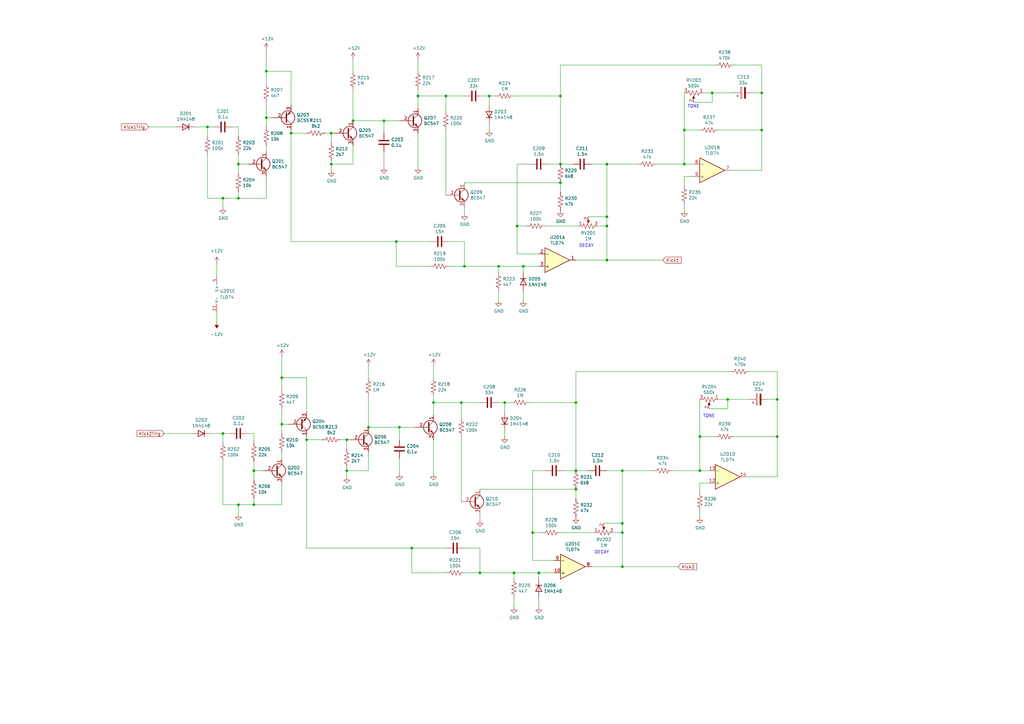
<source format=kicad_sch>
(kicad_sch (version 20230121) (generator eeschema)
  (paper "A3")
  (lib_symbols
    (symbol "Amplifier_Operational:TL074" (pin_names (offset 0.127))
      (property "Reference" "U" (at 0 5.08 0))
      (property "Value" "TL074" (at 0 -5.08 0))
      (symbol "TL074_1_1"
        (polyline (pts (xy -5.08 5.08) (xy 5.08 0) (xy -5.08 -5.08) (xy -5.08 5.08)) (stroke (width 0.254)) (fill (type background)))
        (pin output line (at 7.62 0 180) (length 2.54) (name "~") (number "1"))
        (pin input line (at -7.62 -2.54 0) (length 2.54) (name "-") (number "2"))
        (pin input line (at -7.62 2.54 0) (length 2.54) (name "+") (number "3"))
      )
      (symbol "TL074_2_1"
        (polyline (pts (xy -5.08 5.08) (xy 5.08 0) (xy -5.08 -5.08) (xy -5.08 5.08)) (stroke (width 0.254)) (fill (type background)))
        (pin input line (at -7.62 2.54 0) (length 2.54) (name "+") (number "5"))
        (pin input line (at -7.62 -2.54 0) (length 2.54) (name "-") (number "6"))
        (pin output line (at 7.62 0 180) (length 2.54) (name "~") (number "7"))
      )
      (symbol "TL074_3_1"
        (polyline (pts (xy -5.08 5.08) (xy 5.08 0) (xy -5.08 -5.08) (xy -5.08 5.08)) (stroke (width 0.254)) (fill (type background)))
        (pin input line (at -7.62 2.54 0) (length 2.54) (name "+") (number "10"))
        (pin output line (at 7.62 0 180) (length 2.54) (name "~") (number "8"))
        (pin input line (at -7.62 -2.54 0) (length 2.54) (name "-") (number "9"))
      )
      (symbol "TL074_4_1"
        (polyline (pts (xy -5.08 5.08) (xy 5.08 0) (xy -5.08 -5.08) (xy -5.08 5.08)) (stroke (width 0.254)) (fill (type background)))
        (pin input line (at -7.62 2.54 0) (length 2.54) (name "+") (number "12"))
        (pin input line (at -7.62 -2.54 0) (length 2.54) (name "-") (number "13"))
        (pin output line (at 7.62 0 180) (length 2.54) (name "~") (number "14"))
      )
      (symbol "TL074_5_1"
        (pin power_in line (at -2.54 -7.62 90) (length 3.81) (name "V-") (number "11"))
        (pin power_in line (at -2.54 7.62 270) (length 3.81) (name "V+") (number "4"))
      )
    )
    (symbol "Device:C" (pin_numbers hide) (pin_names (offset 0.254))
      (property "Reference" "C" (at 0.635 2.54 0))
      (property "Value" "C" (at 0.635 -2.54 0))
      (symbol "C_0_1"
        (polyline (pts (xy -2.032 -0.762) (xy 2.032 -0.762)) (stroke (width 0.508)))
        (polyline (pts (xy -2.032 0.762) (xy 2.032 0.762)) (stroke (width 0.508)))
      )
      (symbol "C_1_1"
        (pin passive line (at 0 3.81 270) (length 2.794) (name "~") (number "1"))
        (pin passive line (at 0 -3.81 90) (length 2.794) (name "~") (number "2"))
      )
    )
    (symbol "Device:R_US" (pin_numbers hide) (pin_names (offset 0))
      (property "Reference" "R" (at 2.54 0 90))
      (property "Value" "R_US" (at -2.54 0 90))
      (symbol "R_US_0_1"
        (polyline (pts (xy 0 -2.286) (xy 0 -2.54)))
        (polyline (pts (xy 0 2.286) (xy 0 2.54)))
        (polyline (pts (xy 0 -0.762) (xy 1.016 -1.143) (xy 0 -1.524) (xy -1.016 -1.905) (xy 0 -2.286)))
        (polyline (pts (xy 0 0.762) (xy 1.016 0.381) (xy 0 0) (xy -1.016 -0.381) (xy 0 -0.762)))
        (polyline (pts (xy 0 2.286) (xy 1.016 1.905) (xy 0 1.524) (xy -1.016 1.143) (xy 0 0.762)))
      )
      (symbol "R_US_1_1"
        (pin passive line (at 0 3.81 270) (length 1.27) (name "~") (number "1"))
        (pin passive line (at 0 -3.81 90) (length 1.27) (name "~") (number "2"))
      )
    )
    (symbol "Diode:1N4148" (pin_numbers hide) (pin_names hide)
      (property "Reference" "D" (at 0 2.54 0))
      (property "Value" "1N4148" (at 0 -2.54 0))
      (symbol "1N4148_0_1"
        (polyline (pts (xy -1.27 1.27) (xy -1.27 -1.27)) (stroke (width 0.254)))
        (polyline (pts (xy 1.27 0) (xy -1.27 0)))
        (polyline (pts (xy 1.27 1.27) (xy 1.27 -1.27) (xy -1.27 0) (xy 1.27 1.27)) (stroke (width 0.254)))
      )
      (symbol "1N4148_1_1"
        (pin passive line (at -3.81 0 0) (length 2.54) (name "K") (number "1"))
        (pin passive line (at 3.81 0 180) (length 2.54) (name "A") (number "2"))
      )
    )
    (symbol "ESP808-rescue:CP-Device" (pin_numbers hide) (pin_names (offset 0.254))
      (property "Reference" "C" (at 0.635 2.54 0))
      (property "Value" "Device_CP" (at 0.635 -2.54 0))
      (symbol "CP-Device_0_1"
        (rectangle (start -2.286 0.508) (end 2.286 1.016))
        (polyline (pts (xy -1.778 2.286) (xy -0.762 2.286)))
        (polyline (pts (xy -1.27 2.794) (xy -1.27 1.778)))
        (rectangle (start 2.286 -0.508) (end -2.286 -1.016) (fill (type outline)))
      )
      (symbol "CP-Device_1_1"
        (pin passive line (at 0 3.81 270) (length 2.794) (name "~") (number "1"))
        (pin passive line (at 0 -3.81 90) (length 2.794) (name "~") (number "2"))
      )
    )
    (symbol "ESP808-rescue:R_POT_US-Device" (pin_names (offset 1.016) hide)
      (property "Reference" "RV" (at -4.445 0 90))
      (property "Value" "Device_R_POT_US" (at -2.54 0 90))
      (symbol "R_POT_US-Device_0_1"
        (polyline (pts (xy 0 -2.286) (xy 0 -2.54)))
        (polyline (pts (xy 0 2.54) (xy 0 2.286)))
        (polyline (pts (xy 2.54 0) (xy 1.524 0)))
        (polyline (pts (xy 1.143 0) (xy 2.286 0.508) (xy 2.286 -0.508) (xy 1.143 0)) (fill (type outline)))
        (polyline (pts (xy 0 -0.762) (xy 1.016 -1.143) (xy 0 -1.524) (xy -1.016 -1.905) (xy 0 -2.286)))
        (polyline (pts (xy 0 0.762) (xy 1.016 0.381) (xy 0 0) (xy -1.016 -0.381) (xy 0 -0.762)))
        (polyline (pts (xy 0 2.286) (xy 1.016 1.905) (xy 0 1.524) (xy -1.016 1.143) (xy 0 0.762)))
      )
      (symbol "R_POT_US-Device_1_1"
        (pin passive line (at 0 3.81 270) (length 1.27) (name "1") (number "1"))
        (pin passive line (at 3.81 0 180) (length 1.27) (name "2") (number "2"))
        (pin passive line (at 0 -3.81 90) (length 1.27) (name "3") (number "3"))
      )
    )
    (symbol "PCM_4ms_Power-symbol:+12V" (power) (pin_names (offset 0))
      (property "Value" "+12V" (at 0 3.556 0))
      (symbol "+12V_0_1"
        (polyline (pts (xy -0.762 1.27) (xy 0 2.54)))
        (polyline (pts (xy 0 0) (xy 0 2.54)))
        (polyline (pts (xy 0 2.54) (xy 0.762 1.27)))
      )
      (symbol "+12V_1_1"
        (pin power_in line (at 0 0 90) (length 0) hide (name "+12V") (number "1"))
      )
    )
    (symbol "Transistor_BJT:BC547" (pin_names (offset 0) hide)
      (property "Reference" "Q" (at 5.08 1.905 0))
      (property "Value" "BC547" (at 5.08 0 0))
      (symbol "BC547_0_1"
        (polyline (pts (xy 0 0) (xy 0.635 0)))
        (polyline (pts (xy 0.635 0.635) (xy 2.54 2.54)))
        (polyline (pts (xy 0.635 -0.635) (xy 2.54 -2.54) (xy 2.54 -2.54)))
        (polyline (pts (xy 0.635 1.905) (xy 0.635 -1.905) (xy 0.635 -1.905)) (stroke (width 0.508)))
        (polyline (pts (xy 1.27 -1.778) (xy 1.778 -1.27) (xy 2.286 -2.286) (xy 1.27 -1.778) (xy 1.27 -1.778)) (fill (type outline)))
        (circle (center 1.27 0) (radius 2.8194) (stroke (width 0.254)))
      )
      (symbol "BC547_1_1"
        (pin passive line (at 2.54 5.08 270) (length 2.54) (name "C") (number "1"))
        (pin input line (at -5.08 0 0) (length 5.08) (name "B") (number "2"))
        (pin passive line (at 2.54 -5.08 90) (length 2.54) (name "E") (number "3"))
      )
    )
    (symbol "Transistor_BJT:BC557" (pin_names (offset 0) hide)
      (property "Reference" "Q" (at 5.08 1.905 0))
      (property "Value" "BC557" (at 5.08 0 0))
      (symbol "BC557_0_1"
        (polyline (pts (xy 0.635 0.635) (xy 2.54 2.54)))
        (polyline (pts (xy 0.635 -0.635) (xy 2.54 -2.54) (xy 2.54 -2.54)))
        (polyline (pts (xy 0.635 1.905) (xy 0.635 -1.905) (xy 0.635 -1.905)) (stroke (width 0.508)))
        (polyline (pts (xy 2.286 -1.778) (xy 1.778 -2.286) (xy 1.27 -1.27) (xy 2.286 -1.778) (xy 2.286 -1.778)) (fill (type outline)))
        (circle (center 1.27 0) (radius 2.8194) (stroke (width 0.254)))
      )
      (symbol "BC557_1_1"
        (pin passive line (at 2.54 5.08 270) (length 2.54) (name "C") (number "1"))
        (pin input line (at -5.08 0 0) (length 5.715) (name "B") (number "2"))
        (pin passive line (at 2.54 -5.08 90) (length 2.54) (name "E") (number "3"))
      )
    )
    (symbol "power:+12V" (power) (pin_names (offset 0))
      (property "Value" "+12V" (at 0 3.556 0))
      (symbol "+12V_0_1"
        (polyline (pts (xy -0.762 1.27) (xy 0 2.54)))
        (polyline (pts (xy 0 0) (xy 0 2.54)))
        (polyline (pts (xy 0 2.54) (xy 0.762 1.27)))
      )
      (symbol "+12V_1_1"
        (pin power_in line (at 0 0 90) (length 0) hide (name "+12V") (number "1"))
      )
    )
    (symbol "power:-12V" (power) (pin_names (offset 0))
      (property "Value" "-12V" (at 0 3.81 0))
      (symbol "-12V_0_0"
        (pin power_in line (at 0 0 90) (length 0) hide (name "-12V") (number "1"))
      )
      (symbol "-12V_0_1"
        (polyline (pts (xy 0 0) (xy 0 1.27) (xy 0.762 1.27) (xy 0 2.54) (xy -0.762 1.27) (xy 0 1.27)) (fill (type outline)))
      )
    )
    (symbol "power:GND" (power) (pin_names (offset 0))
      (property "Value" "GND" (at 0 -3.81 0))
      (symbol "GND_0_1"
        (polyline (pts (xy 0 0) (xy 0 -1.27) (xy 1.27 -1.27) (xy 0 -2.54) (xy -1.27 -1.27) (xy 0 -1.27)))
      )
      (symbol "GND_1_1"
        (pin power_in line (at 0 0 270) (length 0) hide (name "GND") (number "1"))
      )
    )
  )
  (junction (at 214.63 109.22))
  (junction (at 229.87 74.93))
  (junction (at 85.09 52.07))
  (junction (at 97.79 67.31))
  (junction (at 236.22 200.66))
  (junction (at 182.88 39.37))
  (junction (at 210.82 234.95))
  (junction (at 312.42 38.1))
  (junction (at 115.57 154.94))
  (junction (at 168.91 224.79))
  (junction (at 255.27 214.63))
  (junction (at 287.02 193.04))
  (junction (at 248.92 88.9))
  (junction (at 189.23 165.1))
  (junction (at 135.89 54.61))
  (junction (at 207.01 165.1))
  (junction (at 292.1 38.1))
  (junction (at 248.92 67.31))
  (junction (at 109.22 29.21))
  (junction (at 177.8 165.1))
  (junction (at 218.44 218.44))
  (junction (at 236.22 193.04))
  (junction (at 196.85 234.95))
  (junction (at 142.24 193.04))
  (junction (at 248.92 92.71))
  (junction (at 104.14 207.01))
  (junction (at 119.38 54.61))
  (junction (at 287.02 179.07))
  (junction (at 229.87 67.31))
  (junction (at 280.67 53.34))
  (junction (at 200.66 39.37))
  (junction (at 248.92 106.68))
  (junction (at 97.79 207.01))
  (junction (at 190.5 109.22))
  (junction (at 255.27 232.41))
  (junction (at 212.09 92.71))
  (junction (at 163.83 175.26))
  (junction (at 229.87 39.37))
  (junction (at 151.13 175.26))
  (junction (at 135.89 67.31))
  (junction (at 318.77 179.07))
  (junction (at 144.78 49.53))
  (junction (at 162.56 99.06))
  (junction (at 220.98 234.95))
  (junction (at 104.14 193.04))
  (junction (at 97.79 81.28))
  (junction (at 171.45 39.37))
  (junction (at 255.27 218.44))
  (junction (at 91.44 81.28))
  (junction (at 91.44 177.8))
  (junction (at 280.67 67.31))
  (junction (at 109.22 48.26))
  (junction (at 318.77 163.83))
  (junction (at 125.73 180.34))
  (junction (at 236.22 165.1))
  (junction (at 142.24 180.34))
  (junction (at 312.42 53.34))
  (junction (at 157.48 49.53))
  (junction (at 298.45 163.83))
  (junction (at 204.47 109.22))
  (junction (at 115.57 173.99))
  (junction (at 255.27 193.04))
  (wire (pts (xy 212.09 67.31) (xy 217.17 67.31)))
  (wire (pts (xy 168.91 224.79) (xy 182.88 224.79)))
  (wire (pts (xy 236.22 165.1) (xy 236.22 193.04)))
  (wire (pts (xy 227.33 229.87) (xy 218.44 229.87)))
  (wire (pts (xy 223.52 92.71) (xy 237.49 92.71)))
  (wire (pts (xy 139.7 180.34) (xy 142.24 180.34)))
  (wire (pts (xy 220.98 237.49) (xy 220.98 234.95)))
  (wire (pts (xy 60.96 52.07) (xy 72.39 52.07)))
  (wire (pts (xy 135.89 54.61) (xy 137.16 54.61)))
  (wire (pts (xy 101.6 177.8) (xy 104.14 177.8)))
  (wire (pts (xy 306.07 195.58) (xy 318.77 195.58)))
  (wire (pts (xy 163.83 180.34) (xy 163.83 175.26)))
  (wire (pts (xy 198.12 39.37) (xy 200.66 39.37)))
  (wire (pts (xy 109.22 52.07) (xy 109.22 48.26)))
  (wire (pts (xy 200.66 53.34) (xy 200.66 50.8)))
  (wire (pts (xy 142.24 193.04) (xy 151.13 193.04)))
  (wire (pts (xy 104.14 207.01) (xy 104.14 204.47)))
  (wire (pts (xy 115.57 187.96) (xy 115.57 185.42)))
  (wire (pts (xy 104.14 193.04) (xy 104.14 189.23)))
  (wire (pts (xy 218.44 218.44) (xy 218.44 193.04)))
  (wire (pts (xy 115.57 154.94) (xy 115.57 146.05)))
  (wire (pts (xy 229.87 39.37) (xy 229.87 67.31)))
  (wire (pts (xy 207.01 165.1) (xy 209.55 165.1)))
  (wire (pts (xy 214.63 111.76) (xy 214.63 109.22)))
  (wire (pts (xy 300.99 179.07) (xy 318.77 179.07)))
  (wire (pts (xy 312.42 26.67) (xy 300.99 26.67)))
  (wire (pts (xy 97.79 67.31) (xy 97.79 63.5)))
  (wire (pts (xy 189.23 179.07) (xy 189.23 205.74)))
  (wire (pts (xy 135.89 67.31) (xy 135.89 66.04)))
  (wire (pts (xy 200.66 39.37) (xy 203.2 39.37)))
  (wire (pts (xy 125.73 154.94) (xy 115.57 154.94)))
  (wire (pts (xy 210.82 234.95) (xy 220.98 234.95)))
  (wire (pts (xy 91.44 181.61) (xy 91.44 177.8)))
  (wire (pts (xy 242.57 232.41) (xy 255.27 232.41)))
  (wire (pts (xy 67.31 177.8) (xy 78.74 177.8)))
  (wire (pts (xy 109.22 29.21) (xy 109.22 34.29)))
  (wire (pts (xy 318.77 163.83) (xy 318.77 152.4)))
  (wire (pts (xy 182.88 45.72) (xy 182.88 39.37)))
  (wire (pts (xy 104.14 207.01) (xy 115.57 207.01)))
  (wire (pts (xy 280.67 86.36) (xy 280.67 83.82)))
  (wire (pts (xy 318.77 179.07) (xy 318.77 163.83)))
  (wire (pts (xy 190.5 224.79) (xy 196.85 224.79)))
  (wire (pts (xy 229.87 74.93) (xy 229.87 78.74)))
  (wire (pts (xy 288.29 38.1) (xy 292.1 38.1)))
  (wire (pts (xy 104.14 196.85) (xy 104.14 193.04)))
  (wire (pts (xy 125.73 180.34) (xy 125.73 224.79)))
  (wire (pts (xy 280.67 67.31) (xy 284.48 67.31)))
  (wire (pts (xy 248.92 106.68) (xy 248.92 92.71)))
  (wire (pts (xy 210.82 234.95) (xy 210.82 237.49)))
  (wire (pts (xy 162.56 109.22) (xy 162.56 99.06)))
  (wire (pts (xy 171.45 24.13) (xy 171.45 29.21)))
  (wire (pts (xy 287.02 193.04) (xy 290.83 193.04)))
  (wire (pts (xy 287.02 212.09) (xy 287.02 209.55)))
  (wire (pts (xy 210.82 248.92) (xy 210.82 245.11)))
  (wire (pts (xy 97.79 210.82) (xy 97.79 207.01)))
  (wire (pts (xy 91.44 189.23) (xy 91.44 207.01)))
  (wire (pts (xy 294.64 163.83) (xy 298.45 163.83)))
  (wire (pts (xy 118.11 173.99) (xy 115.57 173.99)))
  (wire (pts (xy 144.78 49.53) (xy 157.48 49.53)))
  (wire (pts (xy 91.44 85.09) (xy 91.44 81.28)))
  (wire (pts (xy 299.72 152.4) (xy 236.22 152.4)))
  (wire (pts (xy 151.13 175.26) (xy 151.13 162.56)))
  (wire (pts (xy 176.53 109.22) (xy 162.56 109.22)))
  (wire (pts (xy 245.11 92.71) (xy 248.92 92.71)))
  (wire (pts (xy 171.45 39.37) (xy 171.45 36.83)))
  (wire (pts (xy 101.6 67.31) (xy 97.79 67.31)))
  (wire (pts (xy 182.88 39.37) (xy 171.45 39.37)))
  (wire (pts (xy 287.02 163.83) (xy 287.02 179.07)))
  (wire (pts (xy 163.83 194.31) (xy 163.83 187.96)))
  (wire (pts (xy 287.02 198.12) (xy 287.02 201.93)))
  (wire (pts (xy 151.13 154.94) (xy 151.13 149.86)))
  (wire (pts (xy 224.79 67.31) (xy 229.87 67.31)))
  (wire (pts (xy 177.8 170.18) (xy 177.8 165.1)))
  (wire (pts (xy 261.62 67.31) (xy 248.92 67.31)))
  (wire (pts (xy 80.01 52.07) (xy 85.09 52.07)))
  (wire (pts (xy 97.79 81.28) (xy 97.79 78.74)))
  (wire (pts (xy 292.1 38.1) (xy 300.99 38.1)))
  (wire (pts (xy 236.22 106.68) (xy 248.92 106.68)))
  (wire (pts (xy 142.24 193.04) (xy 142.24 191.77)))
  (wire (pts (xy 91.44 207.01) (xy 97.79 207.01)))
  (wire (pts (xy 157.48 54.61) (xy 157.48 49.53)))
  (wire (pts (xy 290.83 198.12) (xy 287.02 198.12)))
  (wire (pts (xy 171.45 44.45) (xy 171.45 39.37)))
  (wire (pts (xy 318.77 163.83) (xy 314.96 163.83)))
  (wire (pts (xy 222.25 218.44) (xy 218.44 218.44)))
  (wire (pts (xy 111.76 48.26) (xy 109.22 48.26)))
  (wire (pts (xy 184.15 99.06) (xy 190.5 99.06)))
  (wire (pts (xy 220.98 234.95) (xy 227.33 234.95)))
  (wire (pts (xy 119.38 43.18) (xy 119.38 29.21)))
  (wire (pts (xy 196.85 224.79) (xy 196.85 234.95)))
  (wire (pts (xy 125.73 180.34) (xy 132.08 180.34)))
  (wire (pts (xy 220.98 104.14) (xy 212.09 104.14)))
  (wire (pts (xy 157.48 49.53) (xy 163.83 49.53)))
  (wire (pts (xy 318.77 152.4) (xy 307.34 152.4)))
  (wire (pts (xy 182.88 39.37) (xy 190.5 39.37)))
  (wire (pts (xy 85.09 63.5) (xy 85.09 81.28)))
  (wire (pts (xy 248.92 88.9) (xy 248.92 67.31)))
  (wire (pts (xy 214.63 109.22) (xy 220.98 109.22)))
  (wire (pts (xy 142.24 180.34) (xy 143.51 180.34)))
  (wire (pts (xy 162.56 99.06) (xy 176.53 99.06)))
  (wire (pts (xy 109.22 48.26) (xy 109.22 41.91)))
  (wire (pts (xy 86.36 177.8) (xy 91.44 177.8)))
  (wire (pts (xy 214.63 123.19) (xy 214.63 119.38)))
  (wire (pts (xy 151.13 175.26) (xy 163.83 175.26)))
  (wire (pts (xy 190.5 87.63) (xy 190.5 85.09)))
  (wire (pts (xy 204.47 109.22) (xy 190.5 109.22)))
  (wire (pts (xy 292.1 41.91) (xy 292.1 38.1)))
  (wire (pts (xy 220.98 248.92) (xy 220.98 245.11)))
  (wire (pts (xy 135.89 69.85) (xy 135.89 67.31)))
  (wire (pts (xy 85.09 81.28) (xy 91.44 81.28)))
  (wire (pts (xy 182.88 234.95) (xy 168.91 234.95)))
  (wire (pts (xy 115.57 173.99) (xy 115.57 167.64)))
  (wire (pts (xy 91.44 177.8) (xy 93.98 177.8)))
  (wire (pts (xy 196.85 234.95) (xy 190.5 234.95)))
  (wire (pts (xy 218.44 229.87) (xy 218.44 218.44)))
  (wire (pts (xy 144.78 29.21) (xy 144.78 24.13)))
  (wire (pts (xy 275.59 193.04) (xy 287.02 193.04)))
  (wire (pts (xy 119.38 99.06) (xy 162.56 99.06)))
  (wire (pts (xy 177.8 194.31) (xy 177.8 180.34)))
  (wire (pts (xy 207.01 168.91) (xy 207.01 165.1)))
  (wire (pts (xy 229.87 218.44) (xy 243.84 218.44)))
  (wire (pts (xy 151.13 193.04) (xy 151.13 185.42)))
  (wire (pts (xy 299.72 69.85) (xy 312.42 69.85)))
  (wire (pts (xy 133.35 54.61) (xy 135.89 54.61)))
  (wire (pts (xy 312.42 38.1) (xy 308.61 38.1)))
  (wire (pts (xy 217.17 165.1) (xy 236.22 165.1)))
  (wire (pts (xy 109.22 81.28) (xy 109.22 72.39)))
  (wire (pts (xy 287.02 53.34) (xy 280.67 53.34)))
  (wire (pts (xy 119.38 54.61) (xy 125.73 54.61)))
  (wire (pts (xy 248.92 92.71) (xy 248.92 88.9)))
  (wire (pts (xy 255.27 218.44) (xy 255.27 214.63)))
  (wire (pts (xy 278.13 232.41) (xy 255.27 232.41)))
  (wire (pts (xy 189.23 165.1) (xy 177.8 165.1)))
  (wire (pts (xy 207.01 179.07) (xy 207.01 176.53)))
  (wire (pts (xy 204.47 165.1) (xy 207.01 165.1)))
  (wire (pts (xy 248.92 67.31) (xy 242.57 67.31)))
  (wire (pts (xy 85.09 55.88) (xy 85.09 52.07)))
  (wire (pts (xy 115.57 154.94) (xy 115.57 160.02)))
  (wire (pts (xy 109.22 29.21) (xy 109.22 20.32)))
  (wire (pts (xy 135.89 58.42) (xy 135.89 54.61)))
  (wire (pts (xy 255.27 232.41) (xy 255.27 218.44)))
  (wire (pts (xy 204.47 109.22) (xy 214.63 109.22)))
  (wire (pts (xy 294.64 53.34) (xy 312.42 53.34)))
  (wire (pts (xy 293.37 179.07) (xy 287.02 179.07)))
  (wire (pts (xy 229.87 26.67) (xy 229.87 39.37)))
  (wire (pts (xy 115.57 177.8) (xy 115.57 173.99)))
  (wire (pts (xy 189.23 165.1) (xy 196.85 165.1)))
  (wire (pts (xy 115.57 207.01) (xy 115.57 198.12)))
  (wire (pts (xy 241.3 193.04) (xy 236.22 193.04)))
  (wire (pts (xy 95.25 52.07) (xy 97.79 52.07)))
  (wire (pts (xy 298.45 167.64) (xy 298.45 163.83)))
  (wire (pts (xy 290.83 167.64) (xy 298.45 167.64)))
  (wire (pts (xy 97.79 71.12) (xy 97.79 67.31)))
  (wire (pts (xy 177.8 165.1) (xy 177.8 162.56)))
  (wire (pts (xy 241.3 88.9) (xy 248.92 88.9)))
  (wire (pts (xy 212.09 104.14) (xy 212.09 92.71)))
  (wire (pts (xy 312.42 53.34) (xy 312.42 38.1)))
  (wire (pts (xy 247.65 214.63) (xy 255.27 214.63)))
  (wire (pts (xy 269.24 67.31) (xy 280.67 67.31)))
  (wire (pts (xy 125.73 224.79) (xy 168.91 224.79)))
  (wire (pts (xy 236.22 152.4) (xy 236.22 165.1)))
  (wire (pts (xy 204.47 123.19) (xy 204.47 119.38)))
  (wire (pts (xy 163.83 175.26) (xy 170.18 175.26)))
  (wire (pts (xy 107.95 193.04) (xy 104.14 193.04)))
  (wire (pts (xy 215.9 92.71) (xy 212.09 92.71)))
  (wire (pts (xy 119.38 29.21) (xy 109.22 29.21)))
  (wire (pts (xy 91.44 81.28) (xy 97.79 81.28)))
  (wire (pts (xy 255.27 193.04) (xy 248.92 193.04)))
  (wire (pts (xy 190.5 74.93) (xy 229.87 74.93)))
  (wire (pts (xy 97.79 81.28) (xy 109.22 81.28)))
  (wire (pts (xy 88.9 107.95) (xy 88.9 113.03)))
  (wire (pts (xy 312.42 69.85) (xy 312.42 53.34)))
  (wire (pts (xy 196.85 213.36) (xy 196.85 210.82)))
  (wire (pts (xy 97.79 207.01) (xy 104.14 207.01)))
  (wire (pts (xy 293.37 26.67) (xy 229.87 26.67)))
  (wire (pts (xy 104.14 177.8) (xy 104.14 181.61)))
  (wire (pts (xy 125.73 179.07) (xy 125.73 180.34)))
  (wire (pts (xy 157.48 68.58) (xy 157.48 62.23)))
  (wire (pts (xy 144.78 67.31) (xy 144.78 59.69)))
  (wire (pts (xy 212.09 92.71) (xy 212.09 67.31)))
  (wire (pts (xy 318.77 195.58) (xy 318.77 179.07)))
  (wire (pts (xy 236.22 200.66) (xy 236.22 204.47)))
  (wire (pts (xy 196.85 200.66) (xy 236.22 200.66)))
  (wire (pts (xy 119.38 53.34) (xy 119.38 54.61)))
  (wire (pts (xy 204.47 109.22) (xy 204.47 111.76)))
  (wire (pts (xy 85.09 52.07) (xy 87.63 52.07)))
  (wire (pts (xy 125.73 168.91) (xy 125.73 154.94)))
  (wire (pts (xy 210.82 234.95) (xy 196.85 234.95)))
  (wire (pts (xy 218.44 193.04) (xy 223.52 193.04)))
  (wire (pts (xy 109.22 62.23) (xy 109.22 59.69)))
  (wire (pts (xy 200.66 43.18) (xy 200.66 39.37)))
  (wire (pts (xy 231.14 193.04) (xy 236.22 193.04)))
  (wire (pts (xy 271.78 106.68) (xy 248.92 106.68)))
  (wire (pts (xy 119.38 54.61) (xy 119.38 99.06)))
  (wire (pts (xy 142.24 195.58) (xy 142.24 193.04)))
  (wire (pts (xy 144.78 49.53) (xy 144.78 36.83)))
  (wire (pts (xy 142.24 184.15) (xy 142.24 180.34)))
  (wire (pts (xy 135.89 67.31) (xy 144.78 67.31)))
  (wire (pts (xy 298.45 163.83) (xy 307.34 163.83)))
  (wire (pts (xy 280.67 38.1) (xy 280.67 53.34)))
  (wire (pts (xy 312.42 38.1) (xy 312.42 26.67)))
  (wire (pts (xy 251.46 218.44) (xy 255.27 218.44)))
  (wire (pts (xy 210.82 39.37) (xy 229.87 39.37)))
  (wire (pts (xy 190.5 99.06) (xy 190.5 109.22)))
  (wire (pts (xy 97.79 52.07) (xy 97.79 55.88)))
  (wire (pts (xy 267.97 193.04) (xy 255.27 193.04)))
  (wire (pts (xy 284.48 72.39) (xy 280.67 72.39)))
  (wire (pts (xy 88.9 128.27) (xy 88.9 132.08)))
  (wire (pts (xy 280.67 53.34) (xy 280.67 67.31)))
  (wire (pts (xy 255.27 214.63) (xy 255.27 193.04)))
  (wire (pts (xy 182.88 53.34) (xy 182.88 80.01)))
  (wire (pts (xy 280.67 72.39) (xy 280.67 76.2)))
  (wire (pts (xy 189.23 171.45) (xy 189.23 165.1)))
  (wire (pts (xy 190.5 109.22) (xy 184.15 109.22)))
  (wire (pts (xy 171.45 68.58) (xy 171.45 54.61)))
  (wire (pts (xy 284.48 41.91) (xy 292.1 41.91)))
  (wire (pts (xy 168.91 234.95) (xy 168.91 224.79)))
  (wire (pts (xy 287.02 179.07) (xy 287.02 193.04)))
  (wire (pts (xy 177.8 149.86) (xy 177.8 154.94)))
  (wire (pts (xy 234.95 67.31) (xy 229.87 67.31)))
  (text "TONE" (at 288.29 171.45 0) (effects (font (size 1.27 1.27)) (justify left bottom)))
  (text "TONE" (at 281.94 44.45 0) (effects (font (size 1.27 1.27)) (justify left bottom)))
  (text "DECAY" (at 243.84 227.33 0) (effects (font (size 1.27 1.27)) (justify left bottom)))
  (text "DECAY" (at 237.49 101.6 0) (effects (font (size 1.27 1.27)) (justify left bottom)))
  (global_label "Kick2" (shape input) (at 278.13 232.41 0) (property "Intersheetrefs" "${INTERSHEET_REFS}" (effects hide)))
  (global_label "Kick1" (shape input) (at 271.78 106.68 0) (property "Intersheetrefs" "${INTERSHEET_REFS}" (effects hide)))
  (global_label "Kick2Trig" (shape input) (at 67.31 177.8 180) (property "Intersheetrefs" "${INTERSHEET_REFS}" (effects hide)))
  (global_label "Kick1Trig" (shape input) (at 60.96 52.07 180) (property "Intersheetrefs" "${INTERSHEET_REFS}" (effects hide)))
  (symbol (lib_id "Diode:1N4148") (at 76.2 52.07 180) (unit 1)
    (property "Reference" "D201" (at 76.2 46.5582 0))
    (property "Value" "1N4148" (at 76.2 48.8696 0))
    (property "Footprint" "Diode_THT:D_DO-35_SOD27_P7.62mm_Horizontal" (effects hide))
    (property "Datasheet" "https://assets.nexperia.com/documents/data-sheet/1N4148_1N4448.pdf" (effects hide))
  )
  (symbol (lib_id "Device:R_US") (at 85.09 59.69 0) (unit 1)
    (property "Reference" "R201" (at 86.8172 58.5216 0) (effects (justify left)))
    (property "Value" "100k" (at 86.8172 60.833 0) (effects (justify left)))
    (property "Footprint" "PCM_Resistor_THT_AKL:R_Axial_DIN0207_L6.3mm_D2.5mm_P7.62mm_Horizontal" (effects hide))
  )
  (symbol (lib_id "Device:R_US") (at 97.79 59.69 0) (unit 1)
    (property "Reference" "R203" (at 99.5172 58.5216 0) (effects (justify left)))
    (property "Value" "22k" (at 99.5172 60.833 0) (effects (justify left)))
    (property "Footprint" "PCM_Resistor_THT_AKL:R_Axial_DIN0207_L6.3mm_D2.5mm_P7.62mm_Horizontal" (effects hide))
  )
  (symbol (lib_id "Device:R_US") (at 97.79 74.93 0) (unit 1)
    (property "Reference" "R204" (at 99.5172 73.7616 0) (effects (justify left)))
    (property "Value" "10k" (at 99.5172 76.073 0) (effects (justify left)))
    (property "Footprint" "PCM_Resistor_THT_AKL:R_Axial_DIN0207_L6.3mm_D2.5mm_P7.62mm_Horizontal" (effects hide))
  )
  (symbol (lib_id "Device:C") (at 91.44 52.07 270) (unit 1)
    (property "Reference" "C201" (at 91.44 45.6692 90))
    (property "Value" "0.1u" (at 91.44 47.9806 90))
    (property "Footprint" "Capacitor_THT:C_Disc_D4.7mm_W2.5mm_P5.00mm" (effects hide))
  )
  (symbol (lib_id "power:GND") (at 91.44 85.09 0) (unit 1)
    (property "Reference" "#PWR0203" (effects hide))
    (property "Value" "GND" (at 91.567 89.4842 0))
  )
  (symbol (lib_id "Transistor_BJT:BC547") (at 106.68 67.31 0) (unit 1)
    (property "Reference" "Q201" (at 111.5314 66.1416 0) (effects (justify left)))
    (property "Value" "BC547" (at 111.5314 68.453 0) (effects (justify left)))
    (property "Footprint" "Package_TO_SOT_THT:TO-92L_HandSolder" (effects hide))
    (property "Datasheet" "https://www.onsemi.com/pub/Collateral/BC550-D.pdf" (effects hide))
  )
  (symbol (lib_id "Transistor_BJT:BC557") (at 116.84 48.26 0) (mirror x) (unit 1)
    (property "Reference" "Q203" (at 121.6914 47.0916 0) (effects (justify left)))
    (property "Value" "BC557" (at 121.6914 49.403 0) (effects (justify left)))
    (property "Footprint" "Package_TO_SOT_THT:TO-92L_HandSolder" (effects hide))
    (property "Datasheet" "https://www.onsemi.com/pub/Collateral/BC556BTA-D.pdf" (effects hide))
  )
  (symbol (lib_id "Device:R_US") (at 109.22 55.88 0) (unit 1)
    (property "Reference" "R208" (at 110.9472 54.7116 0) (effects (justify left)))
    (property "Value" "10k" (at 110.9472 57.023 0) (effects (justify left)))
    (property "Footprint" "PCM_Resistor_THT_AKL:R_Axial_DIN0207_L6.3mm_D2.5mm_P7.62mm_Horizontal" (effects hide))
  )
  (symbol (lib_id "Device:R_US") (at 109.22 38.1 0) (unit 1)
    (property "Reference" "R207" (at 110.9472 36.9316 0) (effects (justify left)))
    (property "Value" "4k7" (at 110.9472 39.243 0) (effects (justify left)))
    (property "Footprint" "PCM_Resistor_THT_AKL:R_Axial_DIN0207_L6.3mm_D2.5mm_P7.62mm_Horizontal" (effects hide))
  )
  (symbol (lib_id "power:+12V") (at 109.22 20.32 0) (unit 1)
    (property "Reference" "#PWR0205" (effects hide))
    (property "Value" "+12V" (at 109.601 15.9258 0))
  )
  (symbol (lib_id "Transistor_BJT:BC547") (at 142.24 54.61 0) (unit 1)
    (property "Reference" "Q205" (at 147.0914 53.4416 0) (effects (justify left)))
    (property "Value" "BC547" (at 147.0914 55.753 0) (effects (justify left)))
    (property "Footprint" "Package_TO_SOT_THT:TO-92L_HandSolder" (effects hide))
    (property "Datasheet" "https://www.onsemi.com/pub/Collateral/BC550-D.pdf" (effects hide))
  )
  (symbol (lib_id "Device:R_US") (at 129.54 54.61 270) (unit 1)
    (property "Reference" "R211" (at 129.54 49.403 90))
    (property "Value" "8k2" (at 129.54 51.7144 90))
    (property "Footprint" "PCM_Resistor_THT_AKL:R_Axial_DIN0207_L6.3mm_D2.5mm_P7.62mm_Horizontal" (effects hide))
  )
  (symbol (lib_id "Device:R_US") (at 135.89 62.23 180) (unit 1)
    (property "Reference" "R212" (at 137.6172 61.0616 0) (effects (justify right)))
    (property "Value" "2k7" (at 137.6172 63.373 0) (effects (justify right)))
    (property "Footprint" "PCM_Resistor_THT_AKL:R_Axial_DIN0207_L6.3mm_D2.5mm_P7.62mm_Horizontal" (effects hide))
  )
  (symbol (lib_id "power:GND") (at 135.89 69.85 0) (unit 1)
    (property "Reference" "#PWR0207" (effects hide))
    (property "Value" "GND" (at 136.017 74.2442 0))
  )
  (symbol (lib_id "Transistor_BJT:BC547") (at 168.91 49.53 0) (unit 1)
    (property "Reference" "Q207" (at 173.7614 48.3616 0) (effects (justify left)))
    (property "Value" "BC547" (at 173.7614 50.673 0) (effects (justify left)))
    (property "Footprint" "Package_TO_SOT_THT:TO-92L_HandSolder" (effects hide))
    (property "Datasheet" "https://www.onsemi.com/pub/Collateral/BC550-D.pdf" (effects hide))
  )
  (symbol (lib_id "Device:R_US") (at 144.78 33.02 0) (unit 1)
    (property "Reference" "R215" (at 146.5072 31.8516 0) (effects (justify left)))
    (property "Value" "1M" (at 146.5072 34.163 0) (effects (justify left)))
    (property "Footprint" "PCM_Resistor_THT_AKL:R_Axial_DIN0207_L6.3mm_D2.5mm_P7.62mm_Horizontal" (effects hide))
  )
  (symbol (lib_id "Device:R_US") (at 171.45 33.02 0) (unit 1)
    (property "Reference" "R217" (at 173.1772 31.8516 0) (effects (justify left)))
    (property "Value" "22k" (at 173.1772 34.163 0) (effects (justify left)))
    (property "Footprint" "PCM_Resistor_THT_AKL:R_Axial_DIN0207_L6.3mm_D2.5mm_P7.62mm_Horizontal" (effects hide))
  )
  (symbol (lib_id "power:+12V") (at 144.78 24.13 0) (unit 1)
    (property "Reference" "#PWR0209" (effects hide))
    (property "Value" "+12V" (at 145.161 19.7358 0))
  )
  (symbol (lib_id "power:+12V") (at 171.45 24.13 0) (unit 1)
    (property "Reference" "#PWR0213" (effects hide))
    (property "Value" "+12V" (at 171.831 19.7358 0))
  )
  (symbol (lib_id "Device:C") (at 157.48 58.42 0) (unit 1)
    (property "Reference" "C203" (at 160.401 57.2516 0) (effects (justify left)))
    (property "Value" "0.1u" (at 160.401 59.563 0) (effects (justify left)))
    (property "Footprint" "Capacitor_THT:C_Disc_D4.7mm_W2.5mm_P5.00mm" (effects hide))
  )
  (symbol (lib_id "power:GND") (at 157.48 68.58 0) (unit 1)
    (property "Reference" "#PWR0211" (effects hide))
    (property "Value" "GND" (at 157.607 72.9742 0))
  )
  (symbol (lib_id "power:GND") (at 171.45 68.58 0) (unit 1)
    (property "Reference" "#PWR0214" (effects hide))
    (property "Value" "GND" (at 171.577 72.9742 0))
  )
  (symbol (lib_id "Transistor_BJT:BC547") (at 187.96 80.01 0) (unit 1)
    (property "Reference" "Q209" (at 192.8114 78.8416 0) (effects (justify left)))
    (property "Value" "BC547" (at 192.8114 81.153 0) (effects (justify left)))
    (property "Footprint" "Package_TO_SOT_THT:TO-92L_HandSolder" (effects hide))
    (property "Datasheet" "https://www.onsemi.com/pub/Collateral/BC550-D.pdf" (effects hide))
  )
  (symbol (lib_id "Device:R_US") (at 182.88 49.53 180) (unit 1)
    (property "Reference" "R220" (at 184.6072 48.3616 0) (effects (justify right)))
    (property "Value" "100k" (at 184.6072 50.673 0) (effects (justify right)))
    (property "Footprint" "PCM_Resistor_THT_AKL:R_Axial_DIN0207_L6.3mm_D2.5mm_P7.62mm_Horizontal" (effects hide))
  )
  (symbol (lib_id "power:GND") (at 190.5 87.63 0) (unit 1)
    (property "Reference" "#PWR0217" (effects hide))
    (property "Value" "GND" (at 190.627 92.0242 0))
  )
  (symbol (lib_id "Device:C") (at 194.31 39.37 270) (unit 1)
    (property "Reference" "C207" (at 194.31 32.9692 90))
    (property "Value" "33n" (at 194.31 35.2806 90))
    (property "Footprint" "Capacitor_THT:C_Disc_D4.7mm_W2.5mm_P5.00mm" (effects hide))
  )
  (symbol (lib_id "Device:R_US") (at 207.01 39.37 90) (unit 1)
    (property "Reference" "R224" (at 207.01 34.163 90))
    (property "Value" "1M" (at 207.01 36.4744 90))
    (property "Footprint" "PCM_Resistor_THT_AKL:R_Axial_DIN0207_L6.3mm_D2.5mm_P7.62mm_Horizontal" (effects hide))
  )
  (symbol (lib_id "Diode:1N4148") (at 200.66 46.99 90) (unit 1)
    (property "Reference" "D203" (at 202.692 45.8216 90) (effects (justify right)))
    (property "Value" "1N4148" (at 202.692 48.133 90) (effects (justify right)))
    (property "Footprint" "Diode_THT:D_DO-35_SOD27_P7.62mm_Horizontal" (effects hide))
    (property "Datasheet" "https://assets.nexperia.com/documents/data-sheet/1N4148_1N4448.pdf" (effects hide))
  )
  (symbol (lib_id "power:GND") (at 200.66 53.34 0) (unit 1)
    (property "Reference" "#PWR0219" (effects hide))
    (property "Value" "GND" (at 200.787 57.7342 0))
  )
  (symbol (lib_id "Amplifier_Operational:TL074") (at 228.6 106.68 0) (mirror x) (unit 1)
    (property "Reference" "U201" (at 228.6 97.3582 0))
    (property "Value" "TL074" (at 228.6 99.6696 0))
    (property "Footprint" "Package_DIP:DIP-14_W7.62mm" (effects hide))
    (property "Datasheet" "http://www.ti.com/lit/ds/symlink/tl071.pdf" (effects hide))
  )
  (symbol (lib_id "Device:R_US") (at 219.71 92.71 270) (unit 1)
    (property "Reference" "R227" (at 219.71 87.503 90))
    (property "Value" "100k" (at 219.71 89.8144 90))
    (property "Footprint" "PCM_Resistor_THT_AKL:R_Axial_DIN0207_L6.3mm_D2.5mm_P7.62mm_Horizontal" (effects hide))
  )
  (symbol (lib_id "Device:R_US") (at 229.87 82.55 180) (unit 1)
    (property "Reference" "R230" (at 231.5972 81.3816 0) (effects (justify right)))
    (property "Value" "47k" (at 231.5972 83.693 0) (effects (justify right)))
    (property "Footprint" "PCM_Resistor_THT_AKL:R_Axial_DIN0207_L6.3mm_D2.5mm_P7.62mm_Horizontal" (effects hide))
  )
  (symbol (lib_id "Device:R_US") (at 229.87 71.12 180) (unit 1)
    (property "Reference" "R229" (at 231.5972 69.9516 0) (effects (justify right)))
    (property "Value" "6k8" (at 231.5972 72.263 0) (effects (justify right)))
    (property "Footprint" "PCM_Resistor_THT_AKL:R_Axial_DIN0207_L6.3mm_D2.5mm_P7.62mm_Horizontal" (effects hide))
  )
  (symbol (lib_id "Device:C") (at 220.98 67.31 270) (unit 1)
    (property "Reference" "C209" (at 220.98 60.9092 90))
    (property "Value" "1.5n" (at 220.98 63.2206 90))
    (property "Footprint" "Capacitor_THT:C_Disc_D4.7mm_W2.5mm_P5.00mm" (effects hide))
  )
  (symbol (lib_id "Device:C") (at 238.76 67.31 270) (unit 1)
    (property "Reference" "C211" (at 238.76 60.9092 90))
    (property "Value" "1.5n" (at 238.76 63.2206 90))
    (property "Footprint" "Capacitor_THT:C_Disc_D4.7mm_W2.5mm_P5.00mm" (effects hide))
  )
  (symbol (lib_id "power:GND") (at 229.87 86.36 0) (unit 1)
    (property "Reference" "#PWR0225" (effects hide))
    (property "Value" "GND" (at 229.997 90.7542 0))
  )
  (symbol (lib_id "ESP808-rescue:R_POT_US-Device") (at 241.3 92.71 90) (unit 1)
    (property "Reference" "RV201" (at 241.3 95.5802 90))
    (property "Value" "1M" (at 241.3 97.8916 90))
    (property "Footprint" "Connector_PinHeader_2.54mm:PinHeader_1x03_P2.54mm_Vertical" (effects hide))
  )
  (symbol (lib_id "Diode:1N4148") (at 214.63 115.57 270) (unit 1)
    (property "Reference" "D205" (at 216.662 114.4016 90) (effects (justify left)))
    (property "Value" "1N4148" (at 216.662 116.713 90) (effects (justify left)))
    (property "Footprint" "Diode_THT:D_DO-35_SOD27_P7.62mm_Horizontal" (effects hide))
    (property "Datasheet" "https://assets.nexperia.com/documents/data-sheet/1N4148_1N4448.pdf" (effects hide))
  )
  (symbol (lib_id "Device:R_US") (at 204.47 115.57 180) (unit 1)
    (property "Reference" "R223" (at 206.1972 114.4016 0) (effects (justify right)))
    (property "Value" "4k7" (at 206.1972 116.713 0) (effects (justify right)))
    (property "Footprint" "PCM_Resistor_THT_AKL:R_Axial_DIN0207_L6.3mm_D2.5mm_P7.62mm_Horizontal" (effects hide))
  )
  (symbol (lib_id "power:GND") (at 214.63 123.19 0) (unit 1)
    (property "Reference" "#PWR0223" (effects hide))
    (property "Value" "GND" (at 214.757 127.5842 0))
  )
  (symbol (lib_id "power:GND") (at 204.47 123.19 0) (unit 1)
    (property "Reference" "#PWR0220" (effects hide))
    (property "Value" "GND" (at 204.597 127.5842 0))
  )
  (symbol (lib_id "Device:R_US") (at 180.34 109.22 90) (unit 1)
    (property "Reference" "R219" (at 180.34 104.013 90))
    (property "Value" "100k" (at 180.34 106.3244 90))
    (property "Footprint" "PCM_Resistor_THT_AKL:R_Axial_DIN0207_L6.3mm_D2.5mm_P7.62mm_Horizontal" (effects hide))
  )
  (symbol (lib_id "Device:C") (at 180.34 99.06 270) (unit 1)
    (property "Reference" "C205" (at 180.34 92.6592 90))
    (property "Value" "15n" (at 180.34 94.9706 90))
    (property "Footprint" "Capacitor_THT:C_Disc_D4.7mm_W2.5mm_P5.00mm" (effects hide))
  )
  (symbol (lib_id "Amplifier_Operational:TL074") (at 292.1 69.85 0) (mirror x) (unit 2)
    (property "Reference" "U201" (at 292.1 60.5282 0))
    (property "Value" "TL074" (at 292.1 62.8396 0))
    (property "Footprint" "Package_DIP:DIP-14_W7.62mm" (effects hide))
    (property "Datasheet" "http://www.ti.com/lit/ds/symlink/tl071.pdf" (effects hide))
  )
  (symbol (lib_id "Device:R_US") (at 265.43 67.31 270) (unit 1)
    (property "Reference" "R233" (at 265.43 62.103 90))
    (property "Value" "47k" (at 265.43 64.4144 90))
    (property "Footprint" "PCM_Resistor_THT_AKL:R_Axial_DIN0207_L6.3mm_D2.5mm_P7.62mm_Horizontal" (effects hide))
  )
  (symbol (lib_id "Device:R_US") (at 280.67 80.01 180) (unit 1)
    (property "Reference" "R235" (at 282.3972 78.8416 0) (effects (justify right)))
    (property "Value" "22k" (at 282.3972 81.153 0) (effects (justify right)))
    (property "Footprint" "PCM_Resistor_THT_AKL:R_Axial_DIN0207_L6.3mm_D2.5mm_P7.62mm_Horizontal" (effects hide))
  )
  (symbol (lib_id "Device:R_US") (at 290.83 53.34 90) (unit 1)
    (property "Reference" "R237" (at 290.83 48.133 90))
    (property "Value" "47k" (at 290.83 50.4444 90))
    (property "Footprint" "PCM_Resistor_THT_AKL:R_Axial_DIN0207_L6.3mm_D2.5mm_P7.62mm_Horizontal" (effects hide))
  )
  (symbol (lib_id "ESP808-rescue:R_POT_US-Device") (at 284.48 38.1 270) (unit 1)
    (property "Reference" "RV203" (at 284.48 32.893 90))
    (property "Value" "500k" (at 284.48 35.2044 90))
    (property "Footprint" "Connector_PinHeader_2.54mm:PinHeader_1x03_P2.54mm_Vertical" (effects hide))
  )
  (symbol (lib_id "ESP808-rescue:CP-Device") (at 304.8 38.1 90) (unit 1)
    (property "Reference" "C213" (at 304.8 31.623 90))
    (property "Value" "33u" (at 304.8 33.9344 90))
    (property "Footprint" "Capacitor_THT:CP_Radial_D6.3mm_P2.50mm" (effects hide))
  )
  (symbol (lib_id "power:GND") (at 280.67 86.36 0) (unit 1)
    (property "Reference" "#PWR0227" (effects hide))
    (property "Value" "GND" (at 280.797 90.7542 0))
  )
  (symbol (lib_id "Device:R_US") (at 297.18 26.67 90) (unit 1)
    (property "Reference" "R238" (at 297.18 21.463 90))
    (property "Value" "470k" (at 297.18 23.7744 90))
    (property "Footprint" "PCM_Resistor_THT_AKL:R_Axial_DIN0207_L6.3mm_D2.5mm_P7.62mm_Horizontal" (effects hide))
  )
  (symbol (lib_id "Diode:1N4148") (at 82.55 177.8 180) (unit 1)
    (property "Reference" "D202" (at 82.55 172.2882 0))
    (property "Value" "1N4148" (at 82.55 174.5996 0))
    (property "Footprint" "Diode_THT:D_DO-35_SOD27_P7.62mm_Horizontal" (effects hide))
    (property "Datasheet" "https://assets.nexperia.com/documents/data-sheet/1N4148_1N4448.pdf" (effects hide))
  )
  (symbol (lib_id "Device:R_US") (at 91.44 185.42 0) (unit 1)
    (property "Reference" "R202" (at 93.1672 184.2516 0) (effects (justify left)))
    (property "Value" "100k" (at 93.1672 186.563 0) (effects (justify left)))
    (property "Footprint" "PCM_Resistor_THT_AKL:R_Axial_DIN0207_L6.3mm_D2.5mm_P7.62mm_Horizontal" (effects hide))
  )
  (symbol (lib_id "Device:R_US") (at 104.14 185.42 0) (unit 1)
    (property "Reference" "R205" (at 105.8672 184.2516 0) (effects (justify left)))
    (property "Value" "22k" (at 105.8672 186.563 0) (effects (justify left)))
    (property "Footprint" "PCM_Resistor_THT_AKL:R_Axial_DIN0207_L6.3mm_D2.5mm_P7.62mm_Horizontal" (effects hide))
  )
  (symbol (lib_id "Device:R_US") (at 104.14 200.66 0) (unit 1)
    (property "Reference" "R206" (at 105.8672 199.4916 0) (effects (justify left)))
    (property "Value" "10k" (at 105.8672 201.803 0) (effects (justify left)))
    (property "Footprint" "PCM_Resistor_THT_AKL:R_Axial_DIN0207_L6.3mm_D2.5mm_P7.62mm_Horizontal" (effects hide))
  )
  (symbol (lib_id "Device:C") (at 97.79 177.8 270) (unit 1)
    (property "Reference" "C202" (at 97.79 171.3992 90))
    (property "Value" "0.1u" (at 97.79 173.7106 90))
    (property "Footprint" "Capacitor_THT:C_Disc_D4.7mm_W2.5mm_P5.00mm" (effects hide))
  )
  (symbol (lib_id "power:GND") (at 97.79 210.82 0) (unit 1)
    (property "Reference" "#PWR0204" (effects hide))
    (property "Value" "GND" (at 97.917 215.2142 0))
  )
  (symbol (lib_id "Transistor_BJT:BC557") (at 123.19 173.99 0) (mirror x) (unit 1)
    (property "Reference" "Q204" (at 128.0414 172.8216 0) (effects (justify left)))
    (property "Value" "BC557" (at 128.0414 175.133 0) (effects (justify left)))
    (property "Footprint" "Package_TO_SOT_THT:TO-92L_HandSolder" (effects hide))
    (property "Datasheet" "https://www.onsemi.com/pub/Collateral/BC556BTA-D.pdf" (effects hide))
  )
  (symbol (lib_id "Device:R_US") (at 115.57 181.61 0) (unit 1)
    (property "Reference" "R210" (at 117.2972 180.4416 0) (effects (justify left)))
    (property "Value" "10k" (at 117.2972 182.753 0) (effects (justify left)))
    (property "Footprint" "PCM_Resistor_THT_AKL:R_Axial_DIN0207_L6.3mm_D2.5mm_P7.62mm_Horizontal" (effects hide))
  )
  (symbol (lib_id "Device:R_US") (at 115.57 163.83 0) (unit 1)
    (property "Reference" "R209" (at 117.2972 162.6616 0) (effects (justify left)))
    (property "Value" "4k7" (at 117.2972 164.973 0) (effects (justify left)))
    (property "Footprint" "PCM_Resistor_THT_AKL:R_Axial_DIN0207_L6.3mm_D2.5mm_P7.62mm_Horizontal" (effects hide))
  )
  (symbol (lib_id "power:+12V") (at 115.57 146.05 0) (unit 1)
    (property "Reference" "#PWR0206" (effects hide))
    (property "Value" "+12V" (at 115.951 141.6558 0))
  )
  (symbol (lib_id "Transistor_BJT:BC547") (at 113.03 193.04 0) (unit 1)
    (property "Reference" "Q202" (at 117.8814 191.8716 0) (effects (justify left)))
    (property "Value" "BC547" (at 117.8814 194.183 0) (effects (justify left)))
    (property "Footprint" "Package_TO_SOT_THT:TO-92L_HandSolder" (effects hide))
    (property "Datasheet" "https://www.onsemi.com/pub/Collateral/BC550-D.pdf" (effects hide))
  )
  (symbol (lib_id "Transistor_BJT:BC547") (at 148.59 180.34 0) (unit 1)
    (property "Reference" "Q206" (at 153.4414 179.1716 0) (effects (justify left)))
    (property "Value" "BC547" (at 153.4414 181.483 0) (effects (justify left)))
    (property "Footprint" "Package_TO_SOT_THT:TO-92L_HandSolder" (effects hide))
    (property "Datasheet" "https://www.onsemi.com/pub/Collateral/BC550-D.pdf" (effects hide))
  )
  (symbol (lib_id "Device:R_US") (at 135.89 180.34 270) (unit 1)
    (property "Reference" "R213" (at 135.89 175.133 90))
    (property "Value" "8k2" (at 135.89 177.4444 90))
    (property "Footprint" "PCM_Resistor_THT_AKL:R_Axial_DIN0207_L6.3mm_D2.5mm_P7.62mm_Horizontal" (effects hide))
  )
  (symbol (lib_id "Device:R_US") (at 142.24 187.96 180) (unit 1)
    (property "Reference" "R214" (at 143.9672 186.7916 0) (effects (justify right)))
    (property "Value" "2k7" (at 143.9672 189.103 0) (effects (justify right)))
    (property "Footprint" "PCM_Resistor_THT_AKL:R_Axial_DIN0207_L6.3mm_D2.5mm_P7.62mm_Horizontal" (effects hide))
  )
  (symbol (lib_id "power:GND") (at 142.24 195.58 0) (unit 1)
    (property "Reference" "#PWR0208" (effects hide))
    (property "Value" "GND" (at 142.367 199.9742 0))
  )
  (symbol (lib_id "Transistor_BJT:BC547") (at 175.26 175.26 0) (unit 1)
    (property "Reference" "Q208" (at 180.1114 174.0916 0) (effects (justify left)))
    (property "Value" "BC547" (at 180.1114 176.403 0) (effects (justify left)))
    (property "Footprint" "Package_TO_SOT_THT:TO-92L_HandSolder" (effects hide))
    (property "Datasheet" "https://www.onsemi.com/pub/Collateral/BC550-D.pdf" (effects hide))
  )
  (symbol (lib_id "Device:R_US") (at 151.13 158.75 0) (unit 1)
    (property "Reference" "R216" (at 152.8572 157.5816 0) (effects (justify left)))
    (property "Value" "1M" (at 152.8572 159.893 0) (effects (justify left)))
    (property "Footprint" "PCM_Resistor_THT_AKL:R_Axial_DIN0207_L6.3mm_D2.5mm_P7.62mm_Horizontal" (effects hide))
  )
  (symbol (lib_id "Device:R_US") (at 177.8 158.75 0) (unit 1)
    (property "Reference" "R218" (at 179.5272 157.5816 0) (effects (justify left)))
    (property "Value" "22k" (at 179.5272 159.893 0) (effects (justify left)))
    (property "Footprint" "PCM_Resistor_THT_AKL:R_Axial_DIN0207_L6.3mm_D2.5mm_P7.62mm_Horizontal" (effects hide))
  )
  (symbol (lib_id "power:+12V") (at 151.13 149.86 0) (unit 1)
    (property "Reference" "#PWR0210" (effects hide))
    (property "Value" "+12V" (at 151.511 145.4658 0))
  )
  (symbol (lib_id "power:+12V") (at 177.8 149.86 0) (unit 1)
    (property "Reference" "#PWR0215" (effects hide))
    (property "Value" "+12V" (at 178.181 145.4658 0))
  )
  (symbol (lib_id "Device:C") (at 163.83 184.15 0) (unit 1)
    (property "Reference" "C204" (at 166.751 182.9816 0) (effects (justify left)))
    (property "Value" "0.1u" (at 166.751 185.293 0) (effects (justify left)))
    (property "Footprint" "Capacitor_THT:C_Disc_D4.7mm_W2.5mm_P5.00mm" (effects hide))
  )
  (symbol (lib_id "power:GND") (at 163.83 194.31 0) (unit 1)
    (property "Reference" "#PWR0212" (effects hide))
    (property "Value" "GND" (at 163.957 198.7042 0))
  )
  (symbol (lib_id "power:GND") (at 177.8 194.31 0) (unit 1)
    (property "Reference" "#PWR0216" (effects hide))
    (property "Value" "GND" (at 177.927 198.7042 0))
  )
  (symbol (lib_id "Transistor_BJT:BC547") (at 194.31 205.74 0) (unit 1)
    (property "Reference" "Q210" (at 199.1614 204.5716 0) (effects (justify left)))
    (property "Value" "BC547" (at 199.1614 206.883 0) (effects (justify left)))
    (property "Footprint" "Package_TO_SOT_THT:TO-92L_HandSolder" (effects hide))
    (property "Datasheet" "https://www.onsemi.com/pub/Collateral/BC550-D.pdf" (effects hide))
  )
  (symbol (lib_id "Device:R_US") (at 189.23 175.26 180) (unit 1)
    (property "Reference" "R222" (at 190.9572 174.0916 0) (effects (justify right)))
    (property "Value" "100k" (at 190.9572 176.403 0) (effects (justify right)))
    (property "Footprint" "PCM_Resistor_THT_AKL:R_Axial_DIN0207_L6.3mm_D2.5mm_P7.62mm_Horizontal" (effects hide))
  )
  (symbol (lib_id "power:GND") (at 196.85 213.36 0) (unit 1)
    (property "Reference" "#PWR0218" (effects hide))
    (property "Value" "GND" (at 196.977 217.7542 0))
  )
  (symbol (lib_id "Device:C") (at 200.66 165.1 270) (unit 1)
    (property "Reference" "C208" (at 200.66 158.6992 90))
    (property "Value" "33n" (at 200.66 161.0106 90))
    (property "Footprint" "Capacitor_THT:C_Disc_D4.7mm_W2.5mm_P5.00mm" (effects hide))
  )
  (symbol (lib_id "Device:R_US") (at 213.36 165.1 90) (unit 1)
    (property "Reference" "R226" (at 213.36 159.893 90))
    (property "Value" "1M" (at 213.36 162.2044 90))
    (property "Footprint" "PCM_Resistor_THT_AKL:R_Axial_DIN0207_L6.3mm_D2.5mm_P7.62mm_Horizontal" (effects hide))
  )
  (symbol (lib_id "Diode:1N4148") (at 207.01 172.72 90) (unit 1)
    (property "Reference" "D204" (at 209.042 171.5516 90) (effects (justify right)))
    (property "Value" "1N4148" (at 209.042 173.863 90) (effects (justify right)))
    (property "Footprint" "Diode_THT:D_DO-35_SOD27_P7.62mm_Horizontal" (effects hide))
    (property "Datasheet" "https://assets.nexperia.com/documents/data-sheet/1N4148_1N4448.pdf" (effects hide))
  )
  (symbol (lib_id "power:GND") (at 207.01 179.07 0) (unit 1)
    (property "Reference" "#PWR0221" (effects hide))
    (property "Value" "GND" (at 207.137 183.4642 0))
  )
  (symbol (lib_id "Device:R_US") (at 226.06 218.44 270) (unit 1)
    (property "Reference" "R228" (at 226.06 213.233 90))
    (property "Value" "100k" (at 226.06 215.5444 90))
    (property "Footprint" "PCM_Resistor_THT_AKL:R_Axial_DIN0207_L6.3mm_D2.5mm_P7.62mm_Horizontal" (effects hide))
  )
  (symbol (lib_id "Device:R_US") (at 236.22 208.28 180) (unit 1)
    (property "Reference" "R232" (at 237.9472 207.1116 0) (effects (justify right)))
    (property "Value" "47k" (at 237.9472 209.423 0) (effects (justify right)))
    (property "Footprint" "PCM_Resistor_THT_AKL:R_Axial_DIN0207_L6.3mm_D2.5mm_P7.62mm_Horizontal" (effects hide))
  )
  (symbol (lib_id "Device:R_US") (at 236.22 196.85 180) (unit 1)
    (property "Reference" "R231" (at 237.9472 195.6816 0) (effects (justify right)))
    (property "Value" "6k8" (at 237.9472 197.993 0) (effects (justify right)))
    (property "Footprint" "PCM_Resistor_THT_AKL:R_Axial_DIN0207_L6.3mm_D2.5mm_P7.62mm_Horizontal" (effects hide))
  )
  (symbol (lib_id "Device:C") (at 227.33 193.04 270) (unit 1)
    (property "Reference" "C210" (at 227.33 186.6392 90))
    (property "Value" "1.5n" (at 227.33 188.9506 90))
    (property "Footprint" "Capacitor_THT:C_Disc_D4.7mm_W2.5mm_P5.00mm" (effects hide))
  )
  (symbol (lib_id "Device:C") (at 245.11 193.04 270) (unit 1)
    (property "Reference" "C212" (at 245.11 186.6392 90))
    (property "Value" "1.5n" (at 245.11 188.9506 90))
    (property "Footprint" "Capacitor_THT:C_Disc_D4.7mm_W2.5mm_P5.00mm" (effects hide))
  )
  (symbol (lib_id "power:GND") (at 236.22 212.09 0) (unit 1)
    (property "Reference" "#PWR0226" (effects hide))
    (property "Value" "GND" (at 236.347 216.4842 0))
  )
  (symbol (lib_id "ESP808-rescue:R_POT_US-Device") (at 247.65 218.44 90) (unit 1)
    (property "Reference" "RV202" (at 247.65 221.3102 90))
    (property "Value" "1M" (at 247.65 223.6216 90))
    (property "Footprint" "Connector_PinHeader_2.54mm:PinHeader_1x03_P2.54mm_Vertical" (effects hide))
  )
  (symbol (lib_id "Diode:1N4148") (at 220.98 241.3 270) (unit 1)
    (property "Reference" "D206" (at 223.012 240.1316 90) (effects (justify left)))
    (property "Value" "1N4148" (at 223.012 242.443 90) (effects (justify left)))
    (property "Footprint" "Diode_THT:D_DO-35_SOD27_P7.62mm_Horizontal" (effects hide))
    (property "Datasheet" "https://assets.nexperia.com/documents/data-sheet/1N4148_1N4448.pdf" (effects hide))
  )
  (symbol (lib_id "Device:R_US") (at 210.82 241.3 180) (unit 1)
    (property "Reference" "R225" (at 212.5472 240.1316 0) (effects (justify right)))
    (property "Value" "4k7" (at 212.5472 242.443 0) (effects (justify right)))
    (property "Footprint" "PCM_Resistor_THT_AKL:R_Axial_DIN0207_L6.3mm_D2.5mm_P7.62mm_Horizontal" (effects hide))
  )
  (symbol (lib_id "power:GND") (at 220.98 248.92 0) (unit 1)
    (property "Reference" "#PWR0224" (effects hide))
    (property "Value" "GND" (at 221.107 253.3142 0))
  )
  (symbol (lib_id "power:GND") (at 210.82 248.92 0) (unit 1)
    (property "Reference" "#PWR0222" (effects hide))
    (property "Value" "GND" (at 210.947 253.3142 0))
  )
  (symbol (lib_id "Device:R_US") (at 186.69 234.95 90) (unit 1)
    (property "Reference" "R221" (at 186.69 229.743 90))
    (property "Value" "100k" (at 186.69 232.0544 90))
    (property "Footprint" "PCM_Resistor_THT_AKL:R_Axial_DIN0207_L6.3mm_D2.5mm_P7.62mm_Horizontal" (effects hide))
  )
  (symbol (lib_id "Device:C") (at 186.69 224.79 270) (unit 1)
    (property "Reference" "C206" (at 186.69 218.3892 90))
    (property "Value" "15n" (at 186.69 220.7006 90))
    (property "Footprint" "Capacitor_THT:C_Disc_D4.7mm_W2.5mm_P5.00mm" (effects hide))
  )
  (symbol (lib_id "Device:R_US") (at 271.78 193.04 270) (unit 1)
    (property "Reference" "R234" (at 271.78 187.833 90))
    (property "Value" "47k" (at 271.78 190.1444 90))
    (property "Footprint" "PCM_Resistor_THT_AKL:R_Axial_DIN0207_L6.3mm_D2.5mm_P7.62mm_Horizontal" (effects hide))
  )
  (symbol (lib_id "Device:R_US") (at 287.02 205.74 180) (unit 1)
    (property "Reference" "R236" (at 288.7472 204.5716 0) (effects (justify right)))
    (property "Value" "22k" (at 288.7472 206.883 0) (effects (justify right)))
    (property "Footprint" "PCM_Resistor_THT_AKL:R_Axial_DIN0207_L6.3mm_D2.5mm_P7.62mm_Horizontal" (effects hide))
  )
  (symbol (lib_id "Device:R_US") (at 297.18 179.07 90) (unit 1)
    (property "Reference" "R239" (at 297.18 173.863 90))
    (property "Value" "47k" (at 297.18 176.1744 90))
    (property "Footprint" "PCM_Resistor_THT_AKL:R_Axial_DIN0207_L6.3mm_D2.5mm_P7.62mm_Horizontal" (effects hide))
  )
  (symbol (lib_id "ESP808-rescue:R_POT_US-Device") (at 290.83 163.83 270) (unit 1)
    (property "Reference" "RV204" (at 290.83 158.623 90))
    (property "Value" "500k" (at 290.83 160.9344 90))
    (property "Footprint" "Connector_PinHeader_2.54mm:PinHeader_1x03_P2.54mm_Vertical" (effects hide))
  )
  (symbol (lib_id "ESP808-rescue:CP-Device") (at 311.15 163.83 90) (unit 1)
    (property "Reference" "C214" (at 311.15 157.353 90))
    (property "Value" "33u" (at 311.15 159.6644 90))
    (property "Footprint" "Capacitor_THT:CP_Radial_D6.3mm_P2.50mm" (effects hide))
  )
  (symbol (lib_id "power:GND") (at 287.02 212.09 0) (unit 1)
    (property "Reference" "#PWR0228" (effects hide))
    (property "Value" "GND" (at 287.147 216.4842 0))
  )
  (symbol (lib_id "Device:R_US") (at 303.53 152.4 90) (unit 1)
    (property "Reference" "R240" (at 303.53 147.193 90))
    (property "Value" "470k" (at 303.53 149.5044 90))
    (property "Footprint" "PCM_Resistor_THT_AKL:R_Axial_DIN0207_L6.3mm_D2.5mm_P7.62mm_Horizontal" (effects hide))
  )
  (symbol (lib_id "Amplifier_Operational:TL074") (at 234.95 232.41 0) (mirror x) (unit 3)
    (property "Reference" "U201" (at 234.95 223.0882 0))
    (property "Value" "TL074" (at 234.95 225.3996 0))
    (property "Footprint" "Package_DIP:DIP-14_W7.62mm" (effects hide))
    (property "Datasheet" "http://www.ti.com/lit/ds/symlink/tl071.pdf" (effects hide))
  )
  (symbol (lib_id "Amplifier_Operational:TL074") (at 298.45 195.58 0) (mirror x) (unit 4)
    (property "Reference" "U201" (at 298.45 186.2582 0))
    (property "Value" "TL074" (at 298.45 188.5696 0))
    (property "Footprint" "Package_DIP:DIP-14_W7.62mm" (effects hide))
    (property "Datasheet" "http://www.ti.com/lit/ds/symlink/tl071.pdf" (effects hide))
  )
  (symbol (lib_id "PCM_4ms_Power-symbol:+12V") (at 88.9 107.95 0) (unit 1)
    (property "Reference" "#PWR0201" (effects hide))
    (property "Value" "+12V" (at 88.9 102.87 0))
  )
  (symbol (lib_id "power:-12V") (at 88.9 132.08 180) (unit 1)
    (property "Reference" "#PWR0202" (effects hide))
    (property "Value" "-12V" (at 88.9 137.16 0))
  )
  (symbol (lib_id "Amplifier_Operational:TL074") (at 91.44 120.65 0) (unit 5)
    (property "Reference" "U201" (at 90.17 119.38 0) (effects (justify left)))
    (property "Value" "TL074" (at 90.17 121.92 0) (effects (justify left)))
    (property "Footprint" "Package_DIP:DIP-14_W7.62mm" (effects hide))
    (property "Datasheet" "http://www.ti.com/lit/ds/symlink/tl071.pdf" (effects hide))
  )
)
</source>
